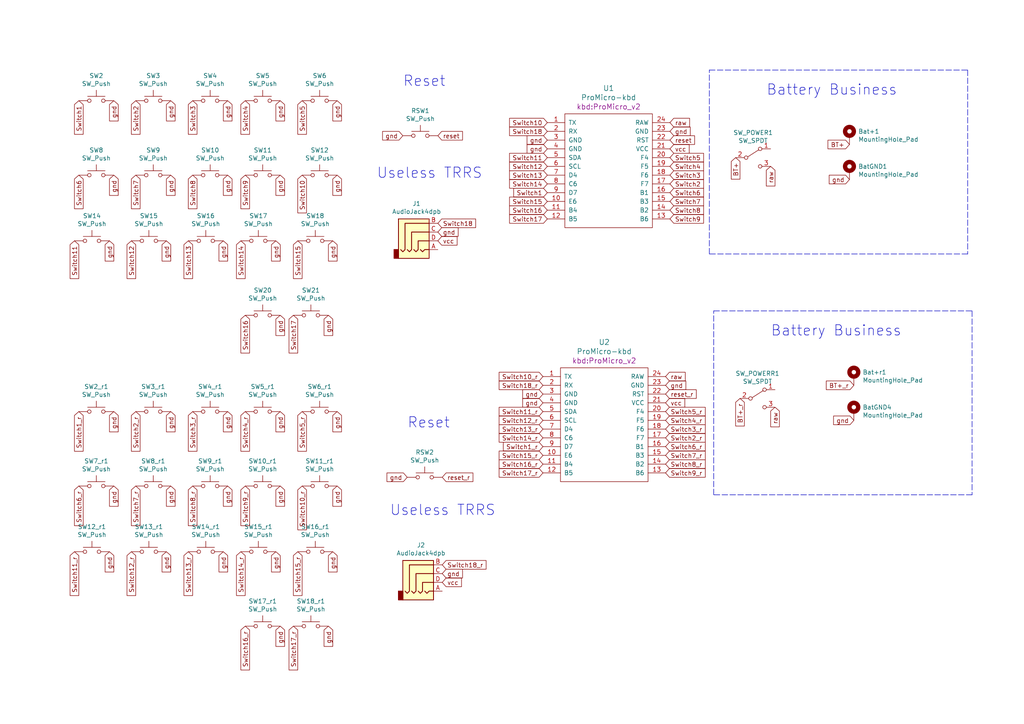
<source format=kicad_sch>
(kicad_sch (version 20231120) (generator "eeschema") (generator_version "8.0")
  (paper "A4")
  (title_block (title "K02") (date "2024-11-25") (rev "0.1") (comment 1 "Based on the Sweep 2 Half-Swept"))
  (lib_symbols
    (symbol "Mechanical:MountingHole_Pad" (pin_numbers hide) (pin_names (offset 1.016) hide)
      (property "Reference" "H" (at 0 6.35 0))
      (property "Value" "MountingHole_Pad" (at 0 4.445 0))
      (symbol "MountingHole_Pad_0_1"
        (circle (center 0 1.27) (radius 1.27) (stroke (width 1.27)))
      )
      (symbol "MountingHole_Pad_1_1"
        (pin input line (at 0 -2.54 90) (length 2.54) (name "1") (number "1"))
      )
    )
    (symbol "Switch:SW_Push" (pin_numbers hide) (pin_names (offset 1.016) hide)
      (property "Reference" "SW" (at 1.27 2.54 0))
      (property "Value" "SW_Push" (at 0 -1.524 0))
      (symbol "SW_Push_0_1"
        (circle (center -2.032 0) (radius 0.508))
        (polyline (pts (xy 0 1.27) (xy 0 3.048)))
        (polyline (pts (xy 2.54 1.27) (xy -2.54 1.27)))
        (circle (center 2.032 0) (radius 0.508))
        (pin passive line (at -5.08 0 0) (length 2.54) (name "1") (number "1"))
        (pin passive line (at 5.08 0 180) (length 2.54) (name "2") (number "2"))
      )
    )
    (symbol "Switch:SW_SPDT" (pin_names (offset 0) hide)
      (property "Reference" "SW" (at 0 4.318 0))
      (property "Value" "SW_SPDT" (at 0 -5.08 0))
      (symbol "SW_SPDT_0_0"
        (circle (center -2.032 0) (radius 0.508))
        (circle (center 2.032 -2.54) (radius 0.508))
      )
      (symbol "SW_SPDT_0_1"
        (polyline (pts (xy -1.524 0.254) (xy 1.651 2.286)))
        (circle (center 2.032 2.54) (radius 0.508))
      )
      (symbol "SW_SPDT_1_1"
        (pin passive line (at 5.08 2.54 180) (length 2.54) (name "A") (number "1"))
        (pin passive line (at -5.08 0 0) (length 2.54) (name "B") (number "2"))
        (pin passive line (at 5.08 -2.54 180) (length 2.54) (name "C") (number "3"))
      )
    )
    (symbol "half-swept-rescue:AudioJack4dpb-tokas_bp"
      (property "Reference" "J" (at 0 8.89 0))
      (property "Value" "AudioJack4dpb-tokas_bp" (at 0 6.35 0))
      (symbol "AudioJack4dpb-tokas_bp_0_1"
        (rectangle (start -6.35 -5.08) (end -7.62 -7.62) (stroke (width 0.254)) (fill (type outline)))
        (polyline (pts (xy 0 -5.08) (xy 0.635 -5.715) (xy 1.27 -5.08) (xy 2.54 -5.08)) (stroke (width 0.254)))
        (polyline (pts (xy -5.715 -5.08) (xy -5.08 -5.715) (xy -4.445 -5.08) (xy -4.445 2.54) (xy 2.54 2.54)) (stroke (width 0.254)))
        (polyline (pts (xy -1.905 -5.08) (xy -1.27 -5.715) (xy -0.635 -5.08) (xy -0.635 -2.54) (xy 2.54 -2.54)) (stroke (width 0.254)))
        (polyline (pts (xy 2.54 0) (xy -2.54 0) (xy -2.54 -5.08) (xy -3.175 -5.715) (xy -3.81 -5.08)) (stroke (width 0.254)))
        (rectangle (start 2.54 3.81) (end -6.35 -7.62) (stroke (width 0.254)) (fill (type background)))
      )
      (symbol "AudioJack4dpb-tokas_bp_1_1"
        (pin passive line (at 5.08 -5.08 180) (length 2.54) (name "~") (number "A"))
        (pin passive line (at 5.08 2.54 180) (length 2.54) (name "~") (number "B"))
        (pin passive line (at 5.08 0 180) (length 2.54) (name "~") (number "C"))
        (pin passive line (at 5.08 -2.54 180) (length 2.54) (name "~") (number "D"))
      )
    )
    (symbol "half-swept-rescue:ProMicro-kbd-bigblackpill-34key-rescue-sweepv2-rescue" (pin_names (offset 1.016))
      (property "Reference" "U" (at 0 24.13 0))
      (property "Value" "ProMicro-kbd-bigblackpill-34key-rescue-sweepv2-rescue" (at 0 -13.97 0))
      (symbol "ProMicro-kbd-bigblackpill-34key-rescue-sweepv2-rescue_0_1"
        (rectangle (start -12.7 21.59) (end 12.7 -11.43))
      )
      (symbol "ProMicro-kbd-bigblackpill-34key-rescue-sweepv2-rescue_1_1"
        (pin bidirectional line (at -17.78 19.05 0) (length 5.08) (name "TX") (number "1"))
        (pin bidirectional line (at -17.78 -3.81 0) (length 5.08) (name "E6") (number "10"))
        (pin bidirectional line (at -17.78 -6.35 0) (length 5.08) (name "B4") (number "11"))
        (pin bidirectional line (at -17.78 -8.89 0) (length 5.08) (name "B5") (number "12"))
        (pin bidirectional line (at 17.78 -8.89 180) (length 5.08) (name "B6") (number "13"))
        (pin bidirectional line (at 17.78 -6.35 180) (length 5.08) (name "B2") (number "14"))
        (pin bidirectional line (at 17.78 -3.81 180) (length 5.08) (name "B3") (number "15"))
        (pin bidirectional line (at 17.78 -1.27 180) (length 5.08) (name "B1") (number "16"))
        (pin bidirectional line (at 17.78 1.27 180) (length 5.08) (name "F7") (number "17"))
        (pin bidirectional line (at 17.78 3.81 180) (length 5.08) (name "F6") (number "18"))
        (pin bidirectional line (at 17.78 6.35 180) (length 5.08) (name "F5") (number "19"))
        (pin bidirectional line (at -17.78 16.51 0) (length 5.08) (name "RX") (number "2"))
        (pin bidirectional line (at 17.78 8.89 180) (length 5.08) (name "F4") (number "20"))
        (pin power_in line (at 17.78 11.43 180) (length 5.08) (name "VCC") (number "21"))
        (pin input line (at 17.78 13.97 180) (length 5.08) (name "RST") (number "22"))
        (pin power_in line (at 17.78 16.51 180) (length 5.08) (name "GND") (number "23"))
        (pin power_out line (at 17.78 19.05 180) (length 5.08) (name "RAW") (number "24"))
        (pin power_in line (at -17.78 13.97 0) (length 5.08) (name "GND") (number "3"))
        (pin power_in line (at -17.78 11.43 0) (length 5.08) (name "GND") (number "4"))
        (pin bidirectional line (at -17.78 8.89 0) (length 5.08) (name "SDA") (number "5"))
        (pin bidirectional line (at -17.78 6.35 0) (length 5.08) (name "SCL") (number "6"))
        (pin bidirectional line (at -17.78 3.81 0) (length 5.08) (name "D4") (number "7"))
        (pin bidirectional line (at -17.78 1.27 0) (length 5.08) (name "C6") (number "8"))
        (pin bidirectional line (at -17.78 -1.27 0) (length 5.08) (name "D7") (number "9"))
      )
    )
  )
  (polyline (pts (xy 280.67 73.66) (xy 205.74 73.66)) (stroke (width 0) (type dash)))
  (polyline (pts (xy 281.94 90.17) (xy 281.94 143.51)) (stroke (width 0) (type dash)))
  (polyline (pts (xy 205.74 73.66) (xy 205.74 20.32)) (stroke (width 0) (type dash)))
  (polyline (pts (xy 280.67 20.32) (xy 280.67 73.66)) (stroke (width 0) (type dash)))
  (polyline (pts (xy 207.01 143.51) (xy 207.01 90.17)) (stroke (width 0) (type dash)))
  (polyline (pts (xy 207.01 90.17) (xy 281.94 90.17)) (stroke (width 0) (type dash)))
  (polyline (pts (xy 281.94 143.51) (xy 207.01 143.51)) (stroke (width 0) (type dash)))
  (polyline (pts (xy 205.74 20.32) (xy 280.67 20.32)) (stroke (width 0) (type dash)))
  (text "Reset" (at 118.11 124.46 0) (effects (font (size 2.9972 2.9972)) (justify left bottom)))
  (text "Battery Business" (at 223.52 97.79 0) (effects (font (size 2.9972 2.9972)) (justify left bottom)))
  (text "Useless TRRS\n" (at 113.03 149.86 0) (effects (font (size 2.9972 2.9972)) (justify left bottom)))
  (text "Reset" (at 116.84 25.4 0) (effects (font (size 2.9972 2.9972)) (justify left bottom)))
  (text "Useless TRRS\n" (at 109.22 52.07 0) (effects (font (size 2.9972 2.9972)) (justify left bottom)))
  (text "Battery Business" (at 222.25 27.94 0) (effects (font (size 2.9972 2.9972)) (justify left bottom)))
  (global_label "gnd" (shape input) (at 81.28 181.61 270) (property "Intersheetrefs" "${INTERSHEET_REFS}" (effects (hide yes))))
  (global_label "BT+" (shape input) (at 246.38 41.91 180) (property "Intersheetrefs" "${INTERSHEET_REFS}" (effects (hide yes))))
  (global_label "Switch1_r" (shape input) (at 22.86 119.38 270) (property "Intersheetrefs" "${INTERSHEET_REFS}" (effects (hide yes))))
  (global_label "vcc" (shape input) (at 127 69.85 0) (property "Intersheetrefs" "${INTERSHEET_REFS}" (effects (hide yes))))
  (global_label "Switch18_r" (shape input) (at 157.48 111.76 180) (property "Intersheetrefs" "${INTERSHEET_REFS}" (effects (hide yes))))
  (global_label "Switch10_r" (shape input) (at 157.48 109.22 180) (property "Intersheetrefs" "${INTERSHEET_REFS}" (effects (hide yes))))
  (global_label "Switch8_r" (shape input) (at 193.04 134.62 0) (property "Intersheetrefs" "${INTERSHEET_REFS}" (effects (hide yes))))
  (global_label "gnd" (shape input) (at 128.27 166.37 0) (property "Intersheetrefs" "${INTERSHEET_REFS}" (effects (hide yes))))
  (global_label "Switch10" (shape input) (at 87.63 50.8 270) (property "Intersheetrefs" "${INTERSHEET_REFS}" (effects (hide yes))))
  (global_label "Switch6" (shape input) (at 22.86 50.8 270) (property "Intersheetrefs" "${INTERSHEET_REFS}" (effects (hide yes))))
  (global_label "Switch6_r" (shape input) (at 193.04 129.54 0) (property "Intersheetrefs" "${INTERSHEET_REFS}" (effects (hide yes))))
  (global_label "gnd" (shape input) (at 158.75 40.64 180) (property "Intersheetrefs" "${INTERSHEET_REFS}" (effects (hide yes))))
  (global_label "gnd" (shape input) (at 96.52 69.85 270) (property "Intersheetrefs" "${INTERSHEET_REFS}" (effects (hide yes))))
  (global_label "Switch4" (shape input) (at 194.31 48.26 0) (property "Intersheetrefs" "${INTERSHEET_REFS}" (effects (hide yes))))
  (global_label "reset_r" (shape input) (at 128.27 138.43 0) (property "Intersheetrefs" "${INTERSHEET_REFS}" (effects (hide yes))))
  (global_label "Switch8_r" (shape input) (at 55.88 140.97 270) (property "Intersheetrefs" "${INTERSHEET_REFS}" (effects (hide yes))))
  (global_label "gnd" (shape input) (at 48.26 160.02 270) (property "Intersheetrefs" "${INTERSHEET_REFS}" (effects (hide yes))))
  (global_label "Switch4_r" (shape input) (at 71.12 119.38 270) (property "Intersheetrefs" "${INTERSHEET_REFS}" (effects (hide yes))))
  (global_label "Switch15" (shape input) (at 158.75 58.42 180) (property "Intersheetrefs" "${INTERSHEET_REFS}" (effects (hide yes))))
  (global_label "gnd" (shape input) (at 66.04 50.8 270) (property "Intersheetrefs" "${INTERSHEET_REFS}" (effects (hide yes))))
  (global_label "Switch18" (shape input) (at 127 64.77 0) (property "Intersheetrefs" "${INTERSHEET_REFS}" (effects (hide yes))))
  (global_label "Switch3_r" (shape input) (at 55.88 119.38 270) (property "Intersheetrefs" "${INTERSHEET_REFS}" (effects (hide yes))))
  (global_label "gnd" (shape input) (at 95.25 181.61 270) (property "Intersheetrefs" "${INTERSHEET_REFS}" (effects (hide yes))))
  (global_label "gnd" (shape input) (at 81.28 91.44 270) (property "Intersheetrefs" "${INTERSHEET_REFS}" (effects (hide yes))))
  (global_label "Switch7_r" (shape input) (at 39.37 140.97 270) (property "Intersheetrefs" "${INTERSHEET_REFS}" (effects (hide yes))))
  (global_label "raw" (shape input) (at 224.79 118.11 270) (property "Intersheetrefs" "${INTERSHEET_REFS}" (effects (hide yes))))
  (global_label "gnd" (shape input) (at 33.02 119.38 270) (property "Intersheetrefs" "${INTERSHEET_REFS}" (effects (hide yes))))
  (global_label "gnd" (shape input) (at 33.02 140.97 270) (property "Intersheetrefs" "${INTERSHEET_REFS}" (effects (hide yes))))
  (global_label "gnd" (shape input) (at 80.01 69.85 270) (property "Intersheetrefs" "${INTERSHEET_REFS}" (effects (hide yes))))
  (global_label "Switch17" (shape input) (at 158.75 63.5 180) (property "Intersheetrefs" "${INTERSHEET_REFS}" (effects (hide yes))))
  (global_label "gnd" (shape input) (at 80.01 160.02 270) (property "Intersheetrefs" "${INTERSHEET_REFS}" (effects (hide yes))))
  (global_label "Switch1" (shape input) (at 158.75 55.88 180) (property "Intersheetrefs" "${INTERSHEET_REFS}" (effects (hide yes))))
  (global_label "Switch5" (shape input) (at 87.63 29.21 270) (property "Intersheetrefs" "${INTERSHEET_REFS}" (effects (hide yes))))
  (global_label "Switch12" (shape input) (at 158.75 48.26 180) (property "Intersheetrefs" "${INTERSHEET_REFS}" (effects (hide yes))))
  (global_label "Switch15_r" (shape input) (at 86.36 160.02 270) (property "Intersheetrefs" "${INTERSHEET_REFS}" (effects (hide yes))))
  (global_label "gnd" (shape input) (at 66.04 119.38 270) (property "Intersheetrefs" "${INTERSHEET_REFS}" (effects (hide yes))))
  (global_label "Switch12" (shape input) (at 38.1 69.85 270) (property "Intersheetrefs" "${INTERSHEET_REFS}" (effects (hide yes))))
  (global_label "gnd" (shape input) (at 33.02 50.8 270) (property "Intersheetrefs" "${INTERSHEET_REFS}" (effects (hide yes))))
  (global_label "Switch9" (shape input) (at 71.12 50.8 270) (property "Intersheetrefs" "${INTERSHEET_REFS}" (effects (hide yes))))
  (global_label "Switch6" (shape input) (at 194.31 55.88 0) (property "Intersheetrefs" "${INTERSHEET_REFS}" (effects (hide yes))))
  (global_label "gnd" (shape input) (at 49.53 140.97 270) (property "Intersheetrefs" "${INTERSHEET_REFS}" (effects (hide yes))))
  (global_label "reset" (shape input) (at 194.31 40.64 0) (property "Intersheetrefs" "${INTERSHEET_REFS}" (effects (hide yes))))
  (global_label "Switch7_r" (shape input) (at 193.04 132.08 0) (property "Intersheetrefs" "${INTERSHEET_REFS}" (effects (hide yes))))
  (global_label "reset" (shape input) (at 127 39.37 0) (property "Intersheetrefs" "${INTERSHEET_REFS}" (effects (hide yes))))
  (global_label "Switch17_r" (shape input) (at 157.48 137.16 180) (property "Intersheetrefs" "${INTERSHEET_REFS}" (effects (hide yes))))
  (global_label "Switch2" (shape input) (at 194.31 53.34 0) (property "Intersheetrefs" "${INTERSHEET_REFS}" (effects (hide yes))))
  (global_label "Switch5_r" (shape input) (at 193.04 119.38 0) (property "Intersheetrefs" "${INTERSHEET_REFS}" (effects (hide yes))))
  (global_label "Switch15" (shape input) (at 86.36 69.85 270) (property "Intersheetrefs" "${INTERSHEET_REFS}" (effects (hide yes))))
  (global_label "raw" (shape input) (at 223.52 48.26 270) (property "Intersheetrefs" "${INTERSHEET_REFS}" (effects (hide yes))))
  (global_label "Switch3_r" (shape input) (at 193.04 124.46 0) (property "Intersheetrefs" "${INTERSHEET_REFS}" (effects (hide yes))))
  (global_label "gnd" (shape input) (at 247.65 121.92 180) (property "Intersheetrefs" "${INTERSHEET_REFS}" (effects (hide yes))))
  (global_label "Switch14_r" (shape input) (at 69.85 160.02 270) (property "Intersheetrefs" "${INTERSHEET_REFS}" (effects (hide yes))))
  (global_label "gnd" (shape input) (at 246.38 52.07 180) (property "Intersheetrefs" "${INTERSHEET_REFS}" (effects (hide yes))))
  (global_label "Switch17" (shape input) (at 85.09 91.44 270) (property "Intersheetrefs" "${INTERSHEET_REFS}" (effects (hide yes))))
  (global_label "gnd" (shape input) (at 31.75 160.02 270) (property "Intersheetrefs" "${INTERSHEET_REFS}" (effects (hide yes))))
  (global_label "Switch3" (shape input) (at 55.88 29.21 270) (property "Intersheetrefs" "${INTERSHEET_REFS}" (effects (hide yes))))
  (global_label "gnd" (shape input) (at 49.53 29.21 270) (property "Intersheetrefs" "${INTERSHEET_REFS}" (effects (hide yes))))
  (global_label "Switch1_r" (shape input) (at 157.48 129.54 180) (property "Intersheetrefs" "${INTERSHEET_REFS}" (effects (hide yes))))
  (global_label "gnd" (shape input) (at 97.79 119.38 270) (property "Intersheetrefs" "${INTERSHEET_REFS}" (effects (hide yes))))
  (global_label "gnd" (shape input) (at 97.79 140.97 270) (property "Intersheetrefs" "${INTERSHEET_REFS}" (effects (hide yes))))
  (global_label "Switch11" (shape input) (at 158.75 45.72 180) (property "Intersheetrefs" "${INTERSHEET_REFS}" (effects (hide yes))))
  (global_label "gnd" (shape input) (at 96.52 160.02 270) (property "Intersheetrefs" "${INTERSHEET_REFS}" (effects (hide yes))))
  (global_label "Switch7" (shape input) (at 194.31 58.42 0) (property "Intersheetrefs" "${INTERSHEET_REFS}" (effects (hide yes))))
  (global_label "Switch9" (shape input) (at 194.31 63.5 0) (property "Intersheetrefs" "${INTERSHEET_REFS}" (effects (hide yes))))
  (global_label "Switch7" (shape input) (at 39.37 50.8 270) (property "Intersheetrefs" "${INTERSHEET_REFS}" (effects (hide yes))))
  (global_label "Switch4_r" (shape input) (at 193.04 121.92 0) (property "Intersheetrefs" "${INTERSHEET_REFS}" (effects (hide yes))))
  (global_label "gnd" (shape input) (at 33.02 29.21 270) (property "Intersheetrefs" "${INTERSHEET_REFS}" (effects (hide yes))))
  (global_label "Switch2" (shape input) (at 39.37 29.21 270) (property "Intersheetrefs" "${INTERSHEET_REFS}" (effects (hide yes))))
  (global_label "Switch6_r" (shape input) (at 22.86 140.97 270) (property "Intersheetrefs" "${INTERSHEET_REFS}" (effects (hide yes))))
  (global_label "Switch1" (shape input) (at 22.86 29.21 270) (property "Intersheetrefs" "${INTERSHEET_REFS}" (effects (hide yes))))
  (global_label "gnd" (shape input) (at 66.04 140.97 270) (property "Intersheetrefs" "${INTERSHEET_REFS}" (effects (hide yes))))
  (global_label "Switch11_r" (shape input) (at 157.48 119.38 180) (property "Intersheetrefs" "${INTERSHEET_REFS}" (effects (hide yes))))
  (global_label "gnd" (shape input) (at 157.48 114.3 180) (property "Intersheetrefs" "${INTERSHEET_REFS}" (effects (hide yes))))
  (global_label "Switch13_r" (shape input) (at 157.48 124.46 180) (property "Intersheetrefs" "${INTERSHEET_REFS}" (effects (hide yes))))
  (global_label "Switch8" (shape input) (at 194.31 60.96 0) (property "Intersheetrefs" "${INTERSHEET_REFS}" (effects (hide yes))))
  (global_label "Switch17_r" (shape input) (at 85.09 181.61 270) (property "Intersheetrefs" "${INTERSHEET_REFS}" (effects (hide yes))))
  (global_label "gnd" (shape input) (at 64.77 69.85 270) (property "Intersheetrefs" "${INTERSHEET_REFS}" (effects (hide yes))))
  (global_label "reset_r" (shape input) (at 193.04 114.3 0) (property "Intersheetrefs" "${INTERSHEET_REFS}" (effects (hide yes))))
  (global_label "Switch12_r" (shape input) (at 38.1 160.02 270) (property "Intersheetrefs" "${INTERSHEET_REFS}" (effects (hide yes))))
  (global_label "Switch18" (shape input) (at 158.75 38.1 180) (property "Intersheetrefs" "${INTERSHEET_REFS}" (effects (hide yes))))
  (global_label "Switch14" (shape input) (at 158.75 53.34 180) (property "Intersheetrefs" "${INTERSHEET_REFS}" (effects (hide yes))))
  (global_label "BT+_r" (shape input) (at 214.63 115.57 270) (property "Intersheetrefs" "${INTERSHEET_REFS}" (effects (hide yes))))
  (global_label "gnd" (shape input) (at 31.75 69.85 270) (property "Intersheetrefs" "${INTERSHEET_REFS}" (effects (hide yes))))
  (global_label "gnd" (shape input) (at 49.53 50.8 270) (property "Intersheetrefs" "${INTERSHEET_REFS}" (effects (hide yes))))
  (global_label "gnd" (shape input) (at 97.79 29.21 270) (property "Intersheetrefs" "${INTERSHEET_REFS}" (effects (hide yes))))
  (global_label "Switch3" (shape input) (at 194.31 50.8 0) (property "Intersheetrefs" "${INTERSHEET_REFS}" (effects (hide yes))))
  (global_label "gnd" (shape input) (at 158.75 43.18 180) (property "Intersheetrefs" "${INTERSHEET_REFS}" (effects (hide yes))))
  (global_label "Switch16_r" (shape input) (at 71.12 181.61 270) (property "Intersheetrefs" "${INTERSHEET_REFS}" (effects (hide yes))))
  (global_label "Switch16_r" (shape input) (at 157.48 134.62 180) (property "Intersheetrefs" "${INTERSHEET_REFS}" (effects (hide yes))))
  (global_label "Switch2_r" (shape input) (at 39.37 119.38 270) (property "Intersheetrefs" "${INTERSHEET_REFS}" (effects (hide yes))))
  (global_label "Switch16" (shape input) (at 71.12 91.44 270) (property "Intersheetrefs" "${INTERSHEET_REFS}" (effects (hide yes))))
  (global_label "Switch18_r" (shape input) (at 128.27 163.83 0) (property "Intersheetrefs" "${INTERSHEET_REFS}" (effects (hide yes))))
  (global_label "Switch4" (shape input) (at 71.12 29.21 270) (property "Intersheetrefs" "${INTERSHEET_REFS}" (effects (hide yes))))
  (global_label "gnd" (shape input) (at 118.11 138.43 180) (property "Intersheetrefs" "${INTERSHEET_REFS}" (effects (hide yes))))
  (global_label "Switch10" (shape input) (at 158.75 35.56 180) (property "Intersheetrefs" "${INTERSHEET_REFS}" (effects (hide yes))))
  (global_label "Switch15_r" (shape input) (at 157.48 132.08 180) (property "Intersheetrefs" "${INTERSHEET_REFS}" (effects (hide yes))))
  (global_label "gnd" (shape input) (at 127 67.31 0) (property "Intersheetrefs" "${INTERSHEET_REFS}" (effects (hide yes))))
  (global_label "gnd" (shape input) (at 97.79 50.8 270) (property "Intersheetrefs" "${INTERSHEET_REFS}" (effects (hide yes))))
  (global_label "gnd" (shape input) (at 81.28 140.97 270) (property "Intersheetrefs" "${INTERSHEET_REFS}" (effects (hide yes))))
  (global_label "Switch9_r" (shape input) (at 71.12 140.97 270) (property "Intersheetrefs" "${INTERSHEET_REFS}" (effects (hide yes))))
  (global_label "Switch16" (shape input) (at 158.75 60.96 180) (property "Intersheetrefs" "${INTERSHEET_REFS}" (effects (hide yes))))
  (global_label "BT+_r" (shape input) (at 247.65 111.76 180) (property "Intersheetrefs" "${INTERSHEET_REFS}" (effects (hide yes))))
  (global_label "Switch8" (shape input) (at 55.88 50.8 270) (property "Intersheetrefs" "${INTERSHEET_REFS}" (effects (hide yes))))
  (global_label "Switch13" (shape input) (at 158.75 50.8 180) (property "Intersheetrefs" "${INTERSHEET_REFS}" (effects (hide yes))))
  (global_label "Switch11" (shape input) (at 21.59 69.85 270) (property "Intersheetrefs" "${INTERSHEET_REFS}" (effects (hide yes))))
  (global_label "Switch14" (shape input) (at 69.85 69.85 270) (property "Intersheetrefs" "${INTERSHEET_REFS}" (effects (hide yes))))
  (global_label "Switch5_r" (shape input) (at 87.63 119.38 270) (property "Intersheetrefs" "${INTERSHEET_REFS}" (effects (hide yes))))
  (global_label "Switch9_r" (shape input) (at 193.04 137.16 0) (property "Intersheetrefs" "${INTERSHEET_REFS}" (effects (hide yes))))
  (global_label "gnd" (shape input) (at 48.26 69.85 270) (property "Intersheetrefs" "${INTERSHEET_REFS}" (effects (hide yes))))
  (global_label "gnd" (shape input) (at 66.04 29.21 270) (property "Intersheetrefs" "${INTERSHEET_REFS}" (effects (hide yes))))
  (global_label "Switch13_r" (shape input) (at 54.61 160.02 270) (property "Intersheetrefs" "${INTERSHEET_REFS}" (effects (hide yes))))
  (global_label "Switch14_r" (shape input) (at 157.48 127 180) (property "Intersheetrefs" "${INTERSHEET_REFS}" (effects (hide yes))))
  (global_label "Switch13" (shape input) (at 54.61 69.85 270) (property "Intersheetrefs" "${INTERSHEET_REFS}" (effects (hide yes))))
  (global_label "gnd" (shape input) (at 49.53 119.38 270) (property "Intersheetrefs" "${INTERSHEET_REFS}" (effects (hide yes))))
  (global_label "Switch2_r" (shape input) (at 193.04 127 0) (property "Intersheetrefs" "${INTERSHEET_REFS}" (effects (hide yes))))
  (global_label "gnd" (shape input) (at 157.48 116.84 180) (property "Intersheetrefs" "${INTERSHEET_REFS}" (effects (hide yes))))
  (global_label "Switch10_r" (shape input) (at 87.63 140.97 270) (property "Intersheetrefs" "${INTERSHEET_REFS}" (effects (hide yes))))
  (global_label "vcc" (shape input) (at 128.27 168.91 0) (property "Intersheetrefs" "${INTERSHEET_REFS}" (effects (hide yes))))
  (global_label "gnd" (shape input) (at 95.25 91.44 270) (property "Intersheetrefs" "${INTERSHEET_REFS}" (effects (hide yes))))
  (global_label "gnd" (shape input) (at 81.28 119.38 270) (property "Intersheetrefs" "${INTERSHEET_REFS}" (effects (hide yes))))
  (global_label "gnd" (shape input) (at 81.28 50.8 270) (property "Intersheetrefs" "${INTERSHEET_REFS}" (effects (hide yes))))
  (global_label "Switch12_r" (shape input) (at 157.48 121.92 180) (property "Intersheetrefs" "${INTERSHEET_REFS}" (effects (hide yes))))
  (global_label "BT+" (shape input) (at 213.36 45.72 270) (property "Intersheetrefs" "${INTERSHEET_REFS}" (effects (hide yes))))
  (global_label "gnd" (shape input) (at 64.77 160.02 270) (property "Intersheetrefs" "${INTERSHEET_REFS}" (effects (hide yes))))
  (global_label "gnd" (shape input) (at 116.84 39.37 180) (property "Intersheetrefs" "${INTERSHEET_REFS}" (effects (hide yes))))
  (global_label "raw" (shape input) (at 193.04 109.22 0) (property "Intersheetrefs" "${INTERSHEET_REFS}" (effects (hide yes))))
  (global_label "raw" (shape input) (at 194.31 35.56 0) (property "Intersheetrefs" "${INTERSHEET_REFS}" (effects (hide yes))))
  (global_label "gnd" (shape input) (at 193.04 111.76 0) (property "Intersheetrefs" "${INTERSHEET_REFS}" (effects (hide yes))))
  (global_label "vcc" (shape input) (at 194.31 43.18 0) (property "Intersheetrefs" "${INTERSHEET_REFS}" (effects (hide yes))))
  (global_label "gnd" (shape input) (at 194.31 38.1 0) (property "Intersheetrefs" "${INTERSHEET_REFS}" (effects (hide yes))))
  (global_label "gnd" (shape input) (at 81.28 29.21 270) (property "Intersheetrefs" "${INTERSHEET_REFS}" (effects (hide yes))))
  (global_label "Switch11_r" (shape input) (at 21.59 160.02 270) (property "Intersheetrefs" "${INTERSHEET_REFS}" (effects (hide yes))))
  (global_label "Switch5" (shape input) (at 194.31 45.72 0) (property "Intersheetrefs" "${INTERSHEET_REFS}" (effects (hide yes))))
  (global_label "vcc" (shape input) (at 193.04 116.84 0) (property "Intersheetrefs" "${INTERSHEET_REFS}" (effects (hide yes))))
  (symbol (lib_id "Mechanical:MountingHole_Pad") (at 246.38 39.37 0) (unit 1)
    (property "Reference" "Bat+1" (at 248.92 38.1254 0) (effects (justify left)))
    (property "Value" "MountingHole_Pad" (at 248.92 40.4368 0) (effects (justify left)))
    (property "Footprint" "kbd:1pin_conn" (effects (hide yes)))
  )
  (symbol (lib_id "Mechanical:MountingHole_Pad") (at 246.38 49.53 0) (unit 1)
    (property "Reference" "BatGND1" (at 248.92 48.2854 0) (effects (justify left)))
    (property "Value" "MountingHole_Pad" (at 248.92 50.5968 0) (effects (justify left)))
    (property "Footprint" "kbd:1pin_conn" (effects (hide yes)))
  )
  (symbol (lib_id "half-swept-rescue:ProMicro-kbd-bigblackpill-34key-rescue-sweepv2-rescue") (at 176.53 54.61 0) (unit 1)
    (property "Reference" "U1" (at 176.53 25.5778 0) (effects (font (size 1.524 1.524))))
    (property "Value" "ProMicro-kbd" (at 176.53 28.2702 0) (effects (font (size 1.524 1.524))))
    (property "Footprint" "kbd:ProMicro_v2" (at 176.53 30.9626 0) (effects (font (size 1.524 1.524))))
  )
  (symbol (lib_id "Switch:SW_Push") (at 27.94 29.21 0) (unit 1)
    (property "Reference" "SW2" (at 27.94 21.971 0))
    (property "Value" "SW_Push" (at 27.94 24.2824 0))
    (property "Footprint" "Kailh:SW_PG1350_rev_DPB" (effects (hide yes)))
  )
  (symbol (lib_id "Switch:SW_Push") (at 44.45 29.21 0) (unit 1)
    (property "Reference" "SW3" (at 44.45 21.971 0))
    (property "Value" "SW_Push" (at 44.45 24.2824 0))
    (property "Footprint" "Kailh:SW_PG1350_rev_DPB" (effects (hide yes)))
  )
  (symbol (lib_id "Switch:SW_Push") (at 60.96 29.21 0) (unit 1)
    (property "Reference" "SW4" (at 60.96 21.971 0))
    (property "Value" "SW_Push" (at 60.96 24.2824 0))
    (property "Footprint" "Kailh:SW_PG1350_rev_DPB" (effects (hide yes)))
  )
  (symbol (lib_id "Switch:SW_Push") (at 76.2 29.21 0) (unit 1)
    (property "Reference" "SW5" (at 76.2 21.971 0))
    (property "Value" "SW_Push" (at 76.2 24.2824 0))
    (property "Footprint" "Kailh:SW_PG1350_rev_DPB" (effects (hide yes)))
  )
  (symbol (lib_id "Switch:SW_Push") (at 92.71 29.21 0) (unit 1)
    (property "Reference" "SW6" (at 92.71 21.971 0))
    (property "Value" "SW_Push" (at 92.71 24.2824 0))
    (property "Footprint" "Kailh:SW_PG1350_rev_DPB" (effects (hide yes)))
  )
  (symbol (lib_id "Switch:SW_Push") (at 76.2 91.44 0) (unit 1)
    (property "Reference" "SW20" (at 76.2 84.201 0))
    (property "Value" "SW_Push" (at 76.2 86.5124 0))
    (property "Footprint" "Kailh:SW_PG1350_rev_DPB" (effects (hide yes)))
  )
  (symbol (lib_id "Switch:SW_Push") (at 90.17 91.44 0) (unit 1)
    (property "Reference" "SW21" (at 90.17 84.201 0))
    (property "Value" "SW_Push" (at 90.17 86.5124 0))
    (property "Footprint" "Kailh:SW_PG1350_rev_DPB" (effects (hide yes)))
  )
  (symbol (lib_id "Switch:SW_Push") (at 27.94 50.8 0) (unit 1)
    (property "Reference" "SW8" (at 27.94 43.561 0))
    (property "Value" "SW_Push" (at 27.94 45.8724 0))
    (property "Footprint" "Kailh:SW_PG1350_rev_DPB" (effects (hide yes)))
  )
  (symbol (lib_id "Switch:SW_Push") (at 44.45 50.8 0) (unit 1)
    (property "Reference" "SW9" (at 44.45 43.561 0))
    (property "Value" "SW_Push" (at 44.45 45.8724 0))
    (property "Footprint" "Kailh:SW_PG1350_rev_DPB" (effects (hide yes)))
  )
  (symbol (lib_id "Switch:SW_Push") (at 60.96 50.8 0) (unit 1)
    (property "Reference" "SW10" (at 60.96 43.561 0))
    (property "Value" "SW_Push" (at 60.96 45.8724 0))
    (property "Footprint" "Kailh:SW_PG1350_rev_DPB" (effects (hide yes)))
  )
  (symbol (lib_id "Switch:SW_Push") (at 76.2 50.8 0) (unit 1)
    (property "Reference" "SW11" (at 76.2 43.561 0))
    (property "Value" "SW_Push" (at 76.2 45.8724 0))
    (property "Footprint" "Kailh:SW_PG1350_rev_DPB" (effects (hide yes)))
  )
  (symbol (lib_id "Switch:SW_Push") (at 92.71 50.8 0) (unit 1)
    (property "Reference" "SW12" (at 92.71 43.561 0))
    (property "Value" "SW_Push" (at 92.71 45.8724 0))
    (property "Footprint" "Kailh:SW_PG1350_rev_DPB" (effects (hide yes)))
  )
  (symbol (lib_id "Switch:SW_Push") (at 26.67 69.85 0) (unit 1)
    (property "Reference" "SW14" (at 26.67 62.611 0))
    (property "Value" "SW_Push" (at 26.67 64.9224 0))
    (property "Footprint" "Kailh:SW_PG1350_rev_DPB" (effects (hide yes)))
  )
  (symbol (lib_id "Switch:SW_Push") (at 43.18 69.85 0) (unit 1)
    (property "Reference" "SW15" (at 43.18 62.611 0))
    (property "Value" "SW_Push" (at 43.18 64.9224 0))
    (property "Footprint" "Kailh:SW_PG1350_rev_DPB" (effects (hide yes)))
  )
  (symbol (lib_id "Switch:SW_Push") (at 59.69 69.85 0) (unit 1)
    (property "Reference" "SW16" (at 59.69 62.611 0))
    (property "Value" "SW_Push" (at 59.69 64.9224 0))
    (property "Footprint" "Kailh:SW_PG1350_rev_DPB" (effects (hide yes)))
  )
  (symbol (lib_id "Switch:SW_Push") (at 74.93 69.85 0) (unit 1)
    (property "Reference" "SW17" (at 74.93 62.611 0))
    (property "Value" "SW_Push" (at 74.93 64.9224 0))
    (property "Footprint" "Kailh:SW_PG1350_rev_DPB" (effects (hide yes)))
  )
  (symbol (lib_id "Switch:SW_Push") (at 91.44 69.85 0) (unit 1)
    (property "Reference" "SW18" (at 91.44 62.611 0))
    (property "Value" "SW_Push" (at 91.44 64.9224 0))
    (property "Footprint" "Kailh:SW_PG1350_rev_DPB" (effects (hide yes)))
  )
  (symbol (lib_id "Switch:SW_Push") (at 121.92 39.37 0) (unit 1)
    (property "Reference" "RSW1" (at 121.92 32.131 0))
    (property "Value" "SW_Push" (at 121.92 34.4424 0))
    (property "Footprint" "kbd:ResetSW" (effects (hide yes)))
  )
  (symbol (lib_id "Switch:SW_SPDT") (at 218.44 45.72 0) (unit 1)
    (property "Reference" "SW_POWER1" (at 218.44 38.481 0))
    (property "Value" "SW_SPDT" (at 218.44 40.7924 0))
    (property "Footprint" "Kailh:SPDT_C128955" (effects (hide yes)))
  )
  (symbol (lib_id "half-swept-rescue:AudioJack4dpb-tokas_bp") (at 121.92 67.31 0) (unit 1)
    (property "Reference" "J1" (at 120.8278 59.055 0))
    (property "Value" "AudioJack4dpb" (at 120.8278 61.3664 0))
    (property "Footprint" "kbd:MJ-4PP-9" (effects (hide yes)))
  )
  (symbol (lib_id "Switch:SW_Push") (at 27.94 119.38 0) (unit 1)
    (property "Reference" "SW2_r1" (at 27.94 112.141 0))
    (property "Value" "SW_Push" (at 27.94 114.4524 0))
    (property "Footprint" "Kailh:SW_PG1350_rev_DPB" (effects (hide yes)))
  )
  (symbol (lib_id "Switch:SW_Push") (at 44.45 119.38 0) (unit 1)
    (property "Reference" "SW3_r1" (at 44.45 112.141 0))
    (property "Value" "SW_Push" (at 44.45 114.4524 0))
    (property "Footprint" "Kailh:SW_PG1350_rev_DPB" (effects (hide yes)))
  )
  (symbol (lib_id "Switch:SW_Push") (at 60.96 119.38 0) (unit 1)
    (property "Reference" "SW4_r1" (at 60.96 112.141 0))
    (property "Value" "SW_Push" (at 60.96 114.4524 0))
    (property "Footprint" "Kailh:SW_PG1350_rev_DPB" (effects (hide yes)))
  )
  (symbol (lib_id "Switch:SW_Push") (at 76.2 119.38 0) (unit 1)
    (property "Reference" "SW5_r1" (at 76.2 112.141 0))
    (property "Value" "SW_Push" (at 76.2 114.4524 0))
    (property "Footprint" "Kailh:SW_PG1350_rev_DPB" (effects (hide yes)))
  )
  (symbol (lib_id "Switch:SW_Push") (at 92.71 119.38 0) (unit 1)
    (property "Reference" "SW6_r1" (at 92.71 112.141 0))
    (property "Value" "SW_Push" (at 92.71 114.4524 0))
    (property "Footprint" "Kailh:SW_PG1350_rev_DPB" (effects (hide yes)))
  )
  (symbol (lib_id "Switch:SW_Push") (at 76.2 181.61 0) (unit 1)
    (property "Reference" "SW17_r1" (at 76.2 174.371 0))
    (property "Value" "SW_Push" (at 76.2 176.6824 0))
    (property "Footprint" "Kailh:SW_PG1350_rev_DPB" (effects (hide yes)))
  )
  (symbol (lib_id "Switch:SW_Push") (at 90.17 181.61 0) (unit 1)
    (property "Reference" "SW18_r1" (at 90.17 174.371 0))
    (property "Value" "SW_Push" (at 90.17 176.6824 0))
    (property "Footprint" "Kailh:SW_PG1350_rev_DPB" (effects (hide yes)))
  )
  (symbol (lib_id "Switch:SW_Push") (at 27.94 140.97 0) (unit 1)
    (property "Reference" "SW7_r1" (at 27.94 133.731 0))
    (property "Value" "SW_Push" (at 27.94 136.0424 0))
    (property "Footprint" "Kailh:SW_PG1350_rev_DPB" (effects (hide yes)))
  )
  (symbol (lib_id "Switch:SW_Push") (at 44.45 140.97 0) (unit 1)
    (property "Reference" "SW8_r1" (at 44.45 133.731 0))
    (property "Value" "SW_Push" (at 44.45 136.0424 0))
    (property "Footprint" "Kailh:SW_PG1350_rev_DPB" (effects (hide yes)))
  )
  (symbol (lib_id "Switch:SW_Push") (at 60.96 140.97 0) (unit 1)
    (property "Reference" "SW9_r1" (at 60.96 133.731 0))
    (property "Value" "SW_Push" (at 60.96 136.0424 0))
    (property "Footprint" "Kailh:SW_PG1350_rev_DPB" (effects (hide yes)))
  )
  (symbol (lib_id "Switch:SW_Push") (at 76.2 140.97 0) (unit 1)
    (property "Reference" "SW10_r1" (at 76.2 133.731 0))
    (property "Value" "SW_Push" (at 76.2 136.0424 0))
    (property "Footprint" "Kailh:SW_PG1350_rev_DPB" (effects (hide yes)))
  )
  (symbol (lib_id "Switch:SW_Push") (at 92.71 140.97 0) (unit 1)
    (property "Reference" "SW11_r1" (at 92.71 133.731 0))
    (property "Value" "SW_Push" (at 92.71 136.0424 0))
    (property "Footprint" "Kailh:SW_PG1350_rev_DPB" (effects (hide yes)))
  )
  (symbol (lib_id "Switch:SW_Push") (at 26.67 160.02 0) (unit 1)
    (property "Reference" "SW12_r1" (at 26.67 152.781 0))
    (property "Value" "SW_Push" (at 26.67 155.0924 0))
    (property "Footprint" "Kailh:SW_PG1350_rev_DPB" (effects (hide yes)))
  )
  (symbol (lib_id "Switch:SW_Push") (at 43.18 160.02 0) (unit 1)
    (property "Reference" "SW13_r1" (at 43.18 152.781 0))
    (property "Value" "SW_Push" (at 43.18 155.0924 0))
    (property "Footprint" "Kailh:SW_PG1350_rev_DPB" (effects (hide yes)))
  )
  (symbol (lib_id "Switch:SW_Push") (at 59.69 160.02 0) (unit 1)
    (property "Reference" "SW14_r1" (at 59.69 152.781 0))
    (property "Value" "SW_Push" (at 59.69 155.0924 0))
    (property "Footprint" "Kailh:SW_PG1350_rev_DPB" (effects (hide yes)))
  )
  (symbol (lib_id "Switch:SW_Push") (at 74.93 160.02 0) (unit 1)
    (property "Reference" "SW15_r1" (at 74.93 152.781 0))
    (property "Value" "SW_Push" (at 74.93 155.0924 0))
    (property "Footprint" "Kailh:SW_PG1350_rev_DPB" (effects (hide yes)))
  )
  (symbol (lib_id "Switch:SW_Push") (at 91.44 160.02 0) (unit 1)
    (property "Reference" "SW16_r1" (at 91.44 152.781 0))
    (property "Value" "SW_Push" (at 91.44 155.0924 0))
    (property "Footprint" "Kailh:SW_PG1350_rev_DPB" (effects (hide yes)))
  )
  (symbol (lib_id "half-swept-rescue:ProMicro-kbd-bigblackpill-34key-rescue-sweepv2-rescue") (at 175.26 128.27 0) (unit 1)
    (property "Reference" "U2" (at 175.26 99.2378 0) (effects (font (size 1.524 1.524))))
    (property "Value" "ProMicro-kbd" (at 175.26 101.9302 0) (effects (font (size 1.524 1.524))))
    (property "Footprint" "kbd:ProMicro_v2" (at 175.26 104.6226 0) (effects (font (size 1.524 1.524))))
  )
  (symbol (lib_id "Switch:SW_Push") (at 123.19 138.43 0) (unit 1)
    (property "Reference" "RSW2" (at 123.19 131.191 0))
    (property "Value" "SW_Push" (at 123.19 133.5024 0))
    (property "Footprint" "kbd:ResetSW" (effects (hide yes)))
  )
  (symbol (lib_id "half-swept-rescue:AudioJack4dpb-tokas_bp") (at 123.19 166.37 0) (unit 1)
    (property "Reference" "J2" (at 122.0978 158.115 0))
    (property "Value" "AudioJack4dpb" (at 122.0978 160.4264 0))
    (property "Footprint" "kbd:MJ-4PP-9" (effects (hide yes)))
  )
  (symbol (lib_id "Switch:SW_SPDT") (at 219.71 115.57 0) (unit 1)
    (property "Reference" "SW_POWERR1" (at 219.71 108.331 0))
    (property "Value" "SW_SPDT" (at 219.71 110.6424 0))
    (property "Footprint" "Kailh:SPDT_C128955" (effects (hide yes)))
  )
  (symbol (lib_id "Mechanical:MountingHole_Pad") (at 247.65 109.22 0) (unit 1)
    (property "Reference" "Bat+r1" (at 250.19 107.9754 0) (effects (justify left)))
    (property "Value" "MountingHole_Pad" (at 250.19 110.2868 0) (effects (justify left)))
    (property "Footprint" "kbd:1pin_conn" (effects (hide yes)))
  )
  (symbol (lib_id "Mechanical:MountingHole_Pad") (at 247.65 119.38 0) (unit 1)
    (property "Reference" "BatGND4" (at 250.19 118.1354 0) (effects (justify left)))
    (property "Value" "MountingHole_Pad" (at 250.19 120.4468 0) (effects (justify left)))
    (property "Footprint" "kbd:1pin_conn" (effects (hide yes)))
  )
)
</source>
